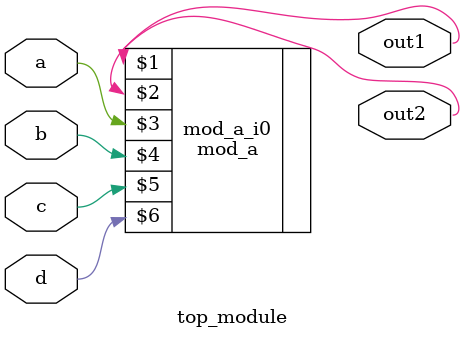
<source format=v>

`default_nettype none

module top_module (
    input   a,
    input   b,
    input   c,
    input   d,
    output  out1,
    output  out2
);

    mod_a mod_a_i0 (
        out1,
        out2,
        a,
        b,
        c,
        d
    );

endmodule
</source>
